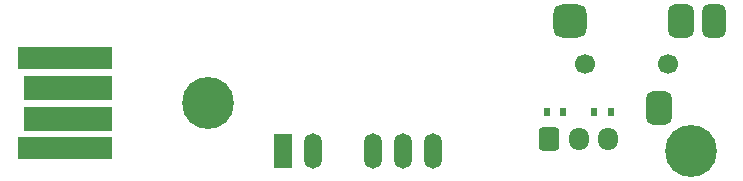
<source format=gts>
G04 #@! TF.GenerationSoftware,KiCad,Pcbnew,6.0.4-6f826c9f35~116~ubuntu18.04.1*
G04 #@! TF.CreationDate,2022-04-21T19:50:10+02:00*
G04 #@! TF.ProjectId,PSU_DCDC_1,5053555f-4443-4444-935f-312e6b696361,rev?*
G04 #@! TF.SameCoordinates,Original*
G04 #@! TF.FileFunction,Soldermask,Top*
G04 #@! TF.FilePolarity,Negative*
%FSLAX46Y46*%
G04 Gerber Fmt 4.6, Leading zero omitted, Abs format (unit mm)*
G04 Created by KiCad (PCBNEW 6.0.4-6f826c9f35~116~ubuntu18.04.1) date 2022-04-21 19:50:10*
%MOMM*%
%LPD*%
G01*
G04 APERTURE LIST*
G04 Aperture macros list*
%AMRoundRect*
0 Rectangle with rounded corners*
0 $1 Rounding radius*
0 $2 $3 $4 $5 $6 $7 $8 $9 X,Y pos of 4 corners*
0 Add a 4 corners polygon primitive as box body*
4,1,4,$2,$3,$4,$5,$6,$7,$8,$9,$2,$3,0*
0 Add four circle primitives for the rounded corners*
1,1,$1+$1,$2,$3*
1,1,$1+$1,$4,$5*
1,1,$1+$1,$6,$7*
1,1,$1+$1,$8,$9*
0 Add four rect primitives between the rounded corners*
20,1,$1+$1,$2,$3,$4,$5,0*
20,1,$1+$1,$4,$5,$6,$7,0*
20,1,$1+$1,$6,$7,$8,$9,0*
20,1,$1+$1,$8,$9,$2,$3,0*%
G04 Aperture macros list end*
%ADD10R,1.500000X3.000000*%
%ADD11O,1.500000X3.000000*%
%ADD12C,1.700000*%
%ADD13RoundRect,0.500000X0.500000X0.900000X-0.500000X0.900000X-0.500000X-0.900000X0.500000X-0.900000X0*%
%ADD14RoundRect,0.700000X0.700000X0.700000X-0.700000X0.700000X-0.700000X-0.700000X0.700000X-0.700000X0*%
%ADD15RoundRect,0.550000X0.550000X0.850000X-0.550000X0.850000X-0.550000X-0.850000X0.550000X-0.850000X0*%
%ADD16R,8.000000X1.900000*%
%ADD17R,7.500000X2.000000*%
%ADD18C,0.700000*%
%ADD19C,4.400000*%
%ADD20RoundRect,0.250000X-0.600000X-0.725000X0.600000X-0.725000X0.600000X0.725000X-0.600000X0.725000X0*%
%ADD21O,1.700000X1.950000*%
%ADD22R,0.600000X0.700000*%
G04 APERTURE END LIST*
D10*
G04 #@! TO.C,PS1*
X133377500Y-104000000D03*
D11*
X135917500Y-104000000D03*
X140997500Y-104000000D03*
X143537500Y-104000000D03*
X146077500Y-104000000D03*
G04 #@! TD*
D12*
G04 #@! TO.C,J1*
X158950000Y-96700000D03*
X165950000Y-96700000D03*
D13*
X169850000Y-93000000D03*
D14*
X157650000Y-93000000D03*
D15*
X165150000Y-100400000D03*
X167050000Y-93000000D03*
G04 #@! TD*
D16*
G04 #@! TO.C,J2*
X114895000Y-103810000D03*
D17*
X115145000Y-101300000D03*
X115145000Y-98700000D03*
D16*
X114895000Y-96190000D03*
G04 #@! TD*
D18*
G04 #@! TO.C,REF\u002A\u002A*
X128166726Y-101166726D03*
X125833274Y-98833274D03*
X128166726Y-98833274D03*
X125833274Y-101166726D03*
X128650000Y-100000000D03*
D19*
X127000000Y-100000000D03*
D18*
X127000000Y-98350000D03*
X125350000Y-100000000D03*
X127000000Y-101650000D03*
G04 #@! TD*
D20*
G04 #@! TO.C,J3*
X155900000Y-103000000D03*
D21*
X158400000Y-103000000D03*
X160900000Y-103000000D03*
G04 #@! TD*
D22*
G04 #@! TO.C,D2*
X155700000Y-100750000D03*
X157100000Y-100750000D03*
G04 #@! TD*
D18*
G04 #@! TO.C,REF\u002A\u002A*
X169066726Y-105166726D03*
X169066726Y-102833274D03*
X169550000Y-104000000D03*
X167900000Y-102350000D03*
D19*
X167900000Y-104000000D03*
D18*
X166733274Y-105166726D03*
X166250000Y-104000000D03*
X166733274Y-102833274D03*
X167900000Y-105650000D03*
G04 #@! TD*
D22*
G04 #@! TO.C,D1*
X159700000Y-100750000D03*
X161100000Y-100750000D03*
G04 #@! TD*
M02*

</source>
